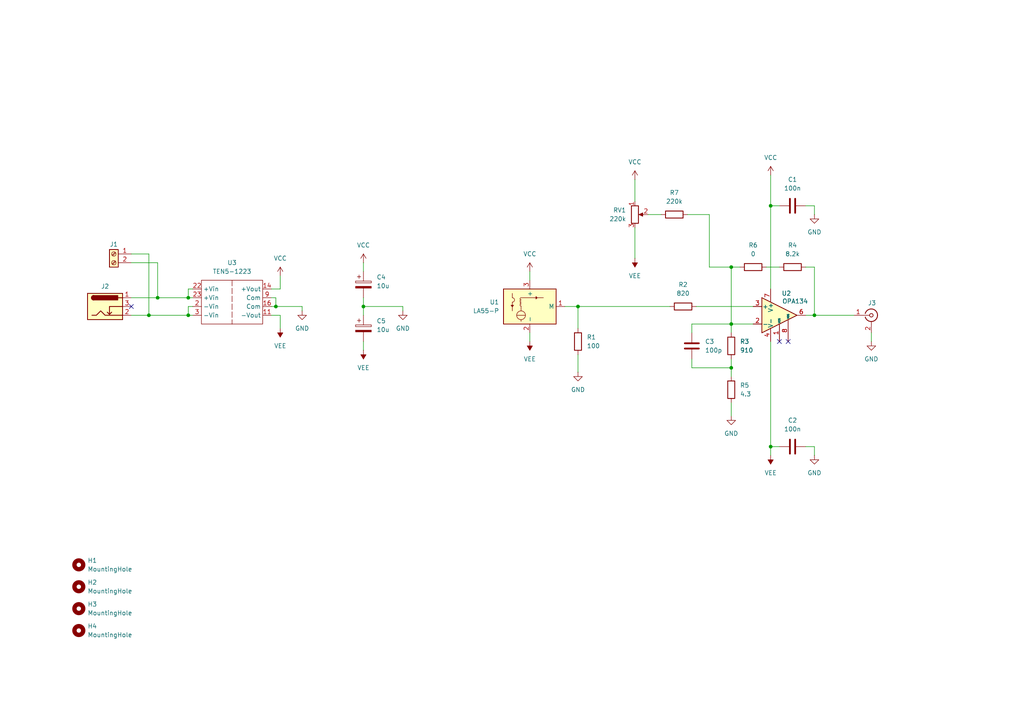
<source format=kicad_sch>
(kicad_sch (version 20250114) (generator "eeschema") (generator_version "9.0")
  (paper "A4")
  (lib_symbols
    (symbol "Amplifier_Operational:OPA134" (pin_names (offset 0.127))
      (property "Reference" "U" (at 1.27 6.35 0))
      (property "Value" "OPA134" (at 1.27 3.81 0))
      (symbol "OPA134_0_1"
        (polyline (pts (xy -5.08 5.08) (xy 5.08 0) (xy -5.08 -5.08) (xy -5.08 5.08)) (stroke (width 0.254)) (fill (type background)))
      )
      (symbol "OPA134_1_1"
        (pin input line (at -7.62 2.54 0) (length 2.54) (name "+") (number "3"))
        (pin input line (at -7.62 -2.54 0) (length 2.54) (name "-") (number "2"))
        (pin power_in line (at -2.54 7.62 270) (length 3.81) (name "V+") (number "7"))
        (pin power_in line (at -2.54 -7.62 90) (length 3.81) (name "V-") (number "4"))
        (pin no_connect line (at 0 2.54 270) (length 2.54) (hide yes) (name "NC") (number "5"))
        (pin input line (at 0 -7.62 90) (length 5.08) (name "VOS") (number "1"))
        (pin input line (at 2.54 -7.62 90) (length 6.35) (name "VOS") (number "8"))
        (pin output line (at 7.62 0 180) (length 2.54) (name "~") (number "6"))
      )
    )
    (symbol "Connector:Barrel_Jack_Switch" (pin_names (hide yes))
      (property "Reference" "J" (at 0 5.334 0))
      (property "Value" "Barrel_Jack_Switch" (at 0 -5.08 0))
      (symbol "Barrel_Jack_Switch_0_1"
        (rectangle (start -5.08 3.81) (end 5.08 -3.81) (stroke (width 0.254)) (fill (type background)))
        (polyline (pts (xy -3.81 -2.54) (xy -2.54 -2.54) (xy -1.27 -1.27) (xy 0 -2.54) (xy 2.54 -2.54) (xy 5.08 -2.54)) (stroke (width 0.254)))
        (arc (start -3.302 1.905) (mid -3.9343 2.54) (end -3.302 3.175) (stroke (width 0.254)))
        (arc (start -3.302 1.905) (mid -3.9343 2.54) (end -3.302 3.175) (stroke (width 0.254)) (fill (type outline)))
        (polyline (pts (xy 1.27 -2.286) (xy 1.905 -1.651)) (stroke (width 0.254)))
        (rectangle (start 3.683 3.175) (end -3.302 1.905) (stroke (width 0.254)) (fill (type outline)))
        (polyline (pts (xy 5.08 2.54) (xy 3.81 2.54)) (stroke (width 0.254)))
        (polyline (pts (xy 5.08 0) (xy 1.27 0) (xy 1.27 -2.286) (xy 0.635 -1.651)) (stroke (width 0.254)))
      )
      (symbol "Barrel_Jack_Switch_1_1"
        (pin passive line (at 7.62 2.54 180) (length 2.54) (name "~") (number "1"))
        (pin passive line (at 7.62 0 180) (length 2.54) (name "~") (number "3"))
        (pin passive line (at 7.62 -2.54 180) (length 2.54) (name "~") (number "2"))
      )
    )
    (symbol "Connector:Conn_Coaxial" (pin_names (offset 1.016) (hide yes))
      (property "Reference" "J" (at 0.254 3.048 0))
      (property "Value" "Conn_Coaxial" (at 2.921 0 90))
      (symbol "Conn_Coaxial_0_1"
        (polyline (pts (xy -2.54 0) (xy -0.508 0)))
        (arc (start 1.778 0) (mid 0.222 -1.8079) (end -1.778 -0.508) (stroke (width 0.254)))
        (arc (start -1.778 0.508) (mid 0.2221 1.8084) (end 1.778 0) (stroke (width 0.254)))
        (circle (center 0 0) (radius 0.508) (stroke (width 0.2032)))
        (polyline (pts (xy 0 -2.54) (xy 0 -1.778)))
      )
      (symbol "Conn_Coaxial_1_1"
        (pin passive line (at -5.08 0 0) (length 2.54) (name "In") (number "1"))
        (pin passive line (at 0 -5.08 90) (length 2.54) (name "Ext") (number "2"))
      )
    )
    (symbol "Connector:Screw_Terminal_01x02" (pin_names (offset 1.016) (hide yes))
      (property "Reference" "J" (at 0 2.54 0))
      (property "Value" "Screw_Terminal_01x02" (at 0 -5.08 0))
      (symbol "Screw_Terminal_01x02_1_1"
        (rectangle (start -1.27 1.27) (end 1.27 -3.81) (stroke (width 0.254)) (fill (type background)))
        (polyline (pts (xy -0.5334 0.3302) (xy 0.3302 -0.508)) (stroke (width 0.1524)))
        (polyline (pts (xy -0.5334 -2.2098) (xy 0.3302 -3.048)) (stroke (width 0.1524)))
        (polyline (pts (xy -0.3556 0.508) (xy 0.508 -0.3302)) (stroke (width 0.1524)))
        (polyline (pts (xy -0.3556 -2.032) (xy 0.508 -2.8702)) (stroke (width 0.1524)))
        (circle (center 0 0) (radius 0.635) (stroke (width 0.1524)))
        (circle (center 0 -2.54) (radius 0.635) (stroke (width 0.1524)))
        (pin passive line (at -5.08 0 0) (length 3.81) (name "Pin_1") (number "1"))
        (pin passive line (at -5.08 -2.54 0) (length 3.81) (name "Pin_2") (number "2"))
      )
    )
    (symbol "Device:C" (pin_numbers (hide yes)) (pin_names (offset 0.254))
      (property "Reference" "C" (at 0.635 2.54 0))
      (property "Value" "C" (at 0.635 -2.54 0))
      (symbol "C_0_1"
        (polyline (pts (xy -2.032 0.762) (xy 2.032 0.762)) (stroke (width 0.508)))
        (polyline (pts (xy -2.032 -0.762) (xy 2.032 -0.762)) (stroke (width 0.508)))
      )
      (symbol "C_1_1"
        (pin passive line (at 0 3.81 270) (length 2.794) (name "~") (number "1"))
        (pin passive line (at 0 -3.81 90) (length 2.794) (name "~") (number "2"))
      )
    )
    (symbol "Device:C_Polarized" (pin_numbers (hide yes)) (pin_names (offset 0.254))
      (property "Reference" "C" (at 0.635 2.54 0))
      (property "Value" "C_Polarized" (at 0.635 -2.54 0))
      (symbol "C_Polarized_0_1"
        (rectangle (start -2.286 0.508) (end 2.286 1.016))
        (polyline (pts (xy -1.778 2.286) (xy -0.762 2.286)))
        (polyline (pts (xy -1.27 2.794) (xy -1.27 1.778)))
        (rectangle (start 2.286 -0.508) (end -2.286 -1.016) (fill (type outline)))
      )
      (symbol "C_Polarized_1_1"
        (pin passive line (at 0 3.81 270) (length 2.794) (name "~") (number "1"))
        (pin passive line (at 0 -3.81 90) (length 2.794) (name "~") (number "2"))
      )
    )
    (symbol "Device:R" (pin_numbers (hide yes)) (pin_names (offset 0))
      (property "Reference" "R" (at 2.032 0 90))
      (property "Value" "R" (at 0 0 90))
      (symbol "R_0_1"
        (rectangle (start -1.016 -2.54) (end 1.016 2.54) (stroke (width 0.254)))
      )
      (symbol "R_1_1"
        (pin passive line (at 0 3.81 270) (length 1.27) (name "~") (number "1"))
        (pin passive line (at 0 -3.81 90) (length 1.27) (name "~") (number "2"))
      )
    )
    (symbol "Device:R_Potentiometer" (pin_names (offset 1.016) (hide yes))
      (property "Reference" "RV" (at -4.445 0 90))
      (property "Value" "R_Potentiometer" (at -2.54 0 90))
      (symbol "R_Potentiometer_0_1"
        (rectangle (start 1.016 2.54) (end -1.016 -2.54) (stroke (width 0.254)))
        (polyline (pts (xy 1.143 0) (xy 2.286 0.508) (xy 2.286 -0.508) (xy 1.143 0)) (fill (type outline)))
        (polyline (pts (xy 2.54 0) (xy 1.524 0)))
      )
      (symbol "R_Potentiometer_1_1"
        (pin passive line (at 0 3.81 270) (length 1.27) (name "1") (number "1"))
        (pin passive line (at 0 -3.81 90) (length 1.27) (name "3") (number "3"))
        (pin passive line (at 3.81 0 180) (length 1.27) (name "2") (number "2"))
      )
    )
    (symbol "Mechanical:MountingHole" (pin_names (offset 1.016)) (in_bom no)
      (property "Reference" "H" (at 0 5.08 0))
      (property "Value" "MountingHole" (at 0 3.175 0))
      (symbol "MountingHole_0_1"
        (circle (center 0 0) (radius 1.27) (stroke (width 1.27)))
      )
    )
    (symbol "My_DCDC:TEN5-1223"
      (property "Reference" "U" (at 8.89 3.556 0))
      (property "Value" "TEN5-1223" (at 8.89 1.524 0))
      (symbol "TEN5-1223_0_1"
        (rectangle (start 0 0) (end 17.78 -12.7))
      )
      (symbol "TEN5-1223_1_1"
        (polyline (pts (xy 8.89 0) (xy 8.89 -12.7)) (stroke (width 0) (type dash)))
        (pin passive line (at -2.54 -2.54 0) (length 2.54) (name "+Vin") (number "22"))
        (pin passive line (at -2.54 -5.08 0) (length 2.54) (name "+Vin") (number "23"))
        (pin passive line (at -2.54 -7.62 0) (length 2.54) (name "-Vin") (number "2"))
        (pin passive line (at -2.54 -10.16 0) (length 2.54) (name "-Vin") (number "3"))
        (pin passive line (at 20.32 -2.54 180) (length 2.54) (name "+Vout") (number "14"))
        (pin passive line (at 20.32 -5.08 180) (length 2.54) (name "Com") (number "9"))
        (pin passive line (at 20.32 -7.62 180) (length 2.54) (name "Com") (number "16"))
        (pin passive line (at 20.32 -10.16 180) (length 2.54) (name "-Vout") (number "11"))
      )
    )
    (symbol "Sensor_Current:LA55-P"
      (property "Reference" "U" (at -6.35 6.35 0))
      (property "Value" "LA55-P" (at 5.08 6.35 0))
      (symbol "LA55-P_0_1"
        (polyline (pts (xy -5.334 0.381) (xy -4.699 0.381) (xy -5.08 -0.127) (xy -5.461 0.381)) (fill (type outline)))
        (arc (start -5.08 2.54) (mid -4.4477 1.905) (end -5.08 1.27))
        (polyline (pts (xy -5.08 3.81) (xy -5.08 2.54)))
        (polyline (pts (xy -5.08 1.27) (xy -5.08 -1.27)))
        (polyline (pts (xy -3.81 -2.54) (xy -1.27 -2.54)))
        (polyline (pts (xy -2.54 2.54) (xy 3.937 2.54)))
        (polyline (pts (xy -2.54 -1.27) (xy -2.54 0.127)))
        (circle (center -2.54 -2.54) (radius 1.27))
        (polyline (pts (xy -2.54 -3.81) (xy -2.54 -4.318)))
        (arc (start -2.54 0.762) (mid -2.7929 1.016) (end -2.54 1.27))
        (arc (start -2.54 1.905) (mid -2.8451 2.2225) (end -2.54 2.54))
        (arc (start -2.54 1.27) (mid -2.8451 1.5875) (end -2.54 1.905))
        (arc (start -2.54 0.127) (mid -2.8451 0.4445) (end -2.54 0.762))
        (polyline (pts (xy 2.159 2.54) (xy 1.778 2.921) (xy 1.778 2.159) (xy 2.159 2.54)) (fill (type outline)))
        (rectangle (start 7.62 -5.08) (end -7.62 5.08) (stroke (width 0.254)) (fill (type background)))
      )
      (symbol "LA55-P_1_1"
        (pin power_in line (at 0 7.62 270) (length 2.54) (name "+") (number "3"))
        (pin power_in line (at 0 -7.62 90) (length 2.54) (name "-") (number "2"))
        (pin output line (at 10.16 0 180) (length 2.54) (name "M") (number "1"))
      )
    )
    (symbol "power:GND" (power) (pin_numbers (hide yes)) (pin_names (offset 0) (hide yes))
      (property "Value" "GND" (at 0 -3.81 0))
      (symbol "GND_0_1"
        (polyline (pts (xy 0 0) (xy 0 -1.27) (xy 1.27 -1.27) (xy 0 -2.54) (xy -1.27 -1.27) (xy 0 -1.27)))
      )
      (symbol "GND_1_1"
        (pin power_in line (at 0 0 270) (length 0) (name "~") (number "1"))
      )
    )
    (symbol "power:VCC" (power) (pin_numbers (hide yes)) (pin_names (offset 0) (hide yes))
      (property "Value" "VCC" (at 0 3.556 0))
      (symbol "VCC_0_1"
        (polyline (pts (xy -0.762 1.27) (xy 0 2.54)))
        (polyline (pts (xy 0 2.54) (xy 0.762 1.27)))
        (polyline (pts (xy 0 0) (xy 0 2.54)))
      )
      (symbol "VCC_1_1"
        (pin power_in line (at 0 0 90) (length 0) (name "~") (number "1"))
      )
    )
    (symbol "power:VEE" (power) (pin_numbers (hide yes)) (pin_names (offset 0) (hide yes))
      (property "Value" "VEE" (at 0 3.556 0))
      (symbol "VEE_0_1"
        (polyline (pts (xy 0 0) (xy 0 2.54)))
        (polyline (pts (xy 0.762 1.27) (xy -0.762 1.27) (xy 0 2.54) (xy 0.762 1.27)) (fill (type outline)))
      )
      (symbol "VEE_1_1"
        (pin power_in line (at 0 0 90) (length 0) (name "~") (number "1"))
      )
    )
  )
  (junction (at 223.52 59.69))
  (junction (at 105.41 88.9))
  (junction (at 80.01 88.9))
  (junction (at 45.72 86.36))
  (junction (at 54.61 86.36))
  (junction (at 236.22 91.44))
  (junction (at 223.52 129.54))
  (junction (at 54.61 91.44))
  (junction (at 212.09 77.47))
  (junction (at 167.64 88.9))
  (junction (at 212.09 93.98))
  (junction (at 212.09 106.68))
  (junction (at 43.18 91.44))
  (no_connect (at 228.6 99.06))
  (no_connect (at 38.1 88.9))
  (no_connect (at 226.06 99.06))
  (wire (pts (xy 236.22 91.44) (xy 247.65 91.44)))
  (wire (pts (xy 236.22 132.08) (xy 236.22 129.54)))
  (wire (pts (xy 54.61 86.36) (xy 55.88 86.36)))
  (wire (pts (xy 163.83 88.9) (xy 167.64 88.9)))
  (wire (pts (xy 105.41 99.06) (xy 105.41 101.6)))
  (wire (pts (xy 81.28 91.44) (xy 78.74 91.44)))
  (wire (pts (xy 223.52 59.69) (xy 226.06 59.69)))
  (wire (pts (xy 105.41 76.2) (xy 105.41 78.74)))
  (wire (pts (xy 45.72 76.2) (xy 38.1 76.2)))
  (wire (pts (xy 80.01 86.36) (xy 80.01 88.9)))
  (wire (pts (xy 212.09 77.47) (xy 214.63 77.47)))
  (wire (pts (xy 223.52 129.54) (xy 223.52 132.08)))
  (wire (pts (xy 236.22 129.54) (xy 233.68 129.54)))
  (wire (pts (xy 212.09 106.68) (xy 212.09 109.22)))
  (wire (pts (xy 167.64 88.9) (xy 167.64 95.25)))
  (wire (pts (xy 78.74 86.36) (xy 80.01 86.36)))
  (wire (pts (xy 153.67 78.74) (xy 153.67 81.28)))
  (wire (pts (xy 223.52 50.8) (xy 223.52 59.69)))
  (wire (pts (xy 43.18 91.44) (xy 54.61 91.44)))
  (wire (pts (xy 212.09 104.14) (xy 212.09 106.68)))
  (wire (pts (xy 236.22 59.69) (xy 233.68 59.69)))
  (wire (pts (xy 153.67 96.52) (xy 153.67 99.06)))
  (wire (pts (xy 233.68 91.44) (xy 236.22 91.44)))
  (wire (pts (xy 54.61 91.44) (xy 55.88 91.44)))
  (wire (pts (xy 223.52 59.69) (xy 223.52 83.82)))
  (wire (pts (xy 205.74 77.47) (xy 212.09 77.47)))
  (wire (pts (xy 81.28 83.82) (xy 78.74 83.82)))
  (wire (pts (xy 184.15 52.07) (xy 184.15 58.42)))
  (wire (pts (xy 199.39 62.23) (xy 205.74 62.23)))
  (wire (pts (xy 38.1 86.36) (xy 45.72 86.36)))
  (wire (pts (xy 55.88 83.82) (xy 54.61 83.82)))
  (wire (pts (xy 205.74 62.23) (xy 205.74 77.47)))
  (wire (pts (xy 212.09 93.98) (xy 218.44 93.98)))
  (wire (pts (xy 212.09 116.84) (xy 212.09 120.65)))
  (wire (pts (xy 167.64 88.9) (xy 194.31 88.9)))
  (wire (pts (xy 45.72 86.36) (xy 45.72 76.2)))
  (wire (pts (xy 201.93 88.9) (xy 218.44 88.9)))
  (wire (pts (xy 105.41 86.36) (xy 105.41 88.9)))
  (wire (pts (xy 116.84 90.17) (xy 116.84 88.9)))
  (wire (pts (xy 80.01 88.9) (xy 78.74 88.9)))
  (wire (pts (xy 200.66 93.98) (xy 212.09 93.98)))
  (wire (pts (xy 200.66 104.14) (xy 200.66 106.68)))
  (wire (pts (xy 223.52 129.54) (xy 226.06 129.54)))
  (wire (pts (xy 54.61 88.9) (xy 54.61 91.44)))
  (wire (pts (xy 233.68 77.47) (xy 236.22 77.47)))
  (wire (pts (xy 222.25 77.47) (xy 226.06 77.47)))
  (wire (pts (xy 54.61 83.82) (xy 54.61 86.36)))
  (wire (pts (xy 43.18 73.66) (xy 43.18 91.44)))
  (wire (pts (xy 252.73 96.52) (xy 252.73 99.06)))
  (wire (pts (xy 212.09 96.52) (xy 212.09 93.98)))
  (wire (pts (xy 236.22 77.47) (xy 236.22 91.44)))
  (wire (pts (xy 167.64 102.87) (xy 167.64 107.95)))
  (wire (pts (xy 184.15 66.04) (xy 184.15 74.93)))
  (wire (pts (xy 200.66 96.52) (xy 200.66 93.98)))
  (wire (pts (xy 200.66 106.68) (xy 212.09 106.68)))
  (wire (pts (xy 187.96 62.23) (xy 191.77 62.23)))
  (wire (pts (xy 105.41 88.9) (xy 105.41 91.44)))
  (wire (pts (xy 81.28 95.25) (xy 81.28 91.44)))
  (wire (pts (xy 45.72 86.36) (xy 54.61 86.36)))
  (wire (pts (xy 38.1 73.66) (xy 43.18 73.66)))
  (wire (pts (xy 55.88 88.9) (xy 54.61 88.9)))
  (wire (pts (xy 105.41 88.9) (xy 116.84 88.9)))
  (wire (pts (xy 223.52 99.06) (xy 223.52 129.54)))
  (wire (pts (xy 236.22 62.23) (xy 236.22 59.69)))
  (wire (pts (xy 81.28 80.01) (xy 81.28 83.82)))
  (wire (pts (xy 212.09 93.98) (xy 212.09 77.47)))
  (wire (pts (xy 87.63 90.17) (xy 87.63 88.9)))
  (wire (pts (xy 38.1 91.44) (xy 43.18 91.44)))
  (wire (pts (xy 87.63 88.9) (xy 80.01 88.9)))
  (symbol (lib_id "Device:R") (at 218.44 77.47 270) (unit 1)
    (property "Reference" "R6" (at 218.44 71.12 90))
    (property "Value" "0" (at 218.44 73.66 90))
    (property "Footprint" "SMD_Chip:0603" (effects (hide yes)))
    (property "Description" "Resistor" (effects (hide yes)))
  )
  (symbol (lib_id "power:VCC") (at 81.28 80.01 0) (unit 1)
    (property "Reference" "#PWR02" (effects (hide yes)))
    (property "Value" "VCC" (at 81.28 74.93 0))
    (property "Description" "Power symbol creates a global label with name \"VCC\"" (effects (hide yes)))
  )
  (symbol (lib_id "power:VEE") (at 105.41 101.6 180) (unit 1)
    (property "Reference" "#PWR05" (effects (hide yes)))
    (property "Value" "VEE" (at 105.41 106.68 0))
    (property "Description" "Power symbol creates a global label with name \"VEE\"" (effects (hide yes)))
  )
  (symbol (lib_id "power:VEE") (at 81.28 95.25 180) (unit 1)
    (property "Reference" "#PWR03" (effects (hide yes)))
    (property "Value" "VEE" (at 81.28 100.33 0))
    (property "Description" "Power symbol creates a global label with name \"VEE\"" (effects (hide yes)))
  )
  (symbol (lib_id "Sensor_Current:LA55-P") (at 153.67 88.9 0) (unit 1)
    (property "Reference" "U1" (at 144.78 87.6299 0) (effects (justify right)))
    (property "Value" "LA55-P" (at 144.78 90.1699 0) (effects (justify right)))
    (property "Footprint" "Sensor_Current:LEM_LA25-P" (effects (hide yes)))
    (property "Datasheet" "https://www.lem.com/sites/default/files/products_datasheets/la_55-p_e.pdf" (effects (hide yes)))
    (property "Description" "Current Transducer, 50A, Bipolar, ±15V" (effects (hide yes)))
  )
  (symbol (lib_id "power:VCC") (at 153.67 78.74 0) (unit 1)
    (property "Reference" "#PWR07" (effects (hide yes)))
    (property "Value" "VCC" (at 153.67 73.66 0))
    (property "Description" "Power symbol creates a global label with name \"VCC\"" (effects (hide yes)))
  )
  (symbol (lib_id "power:GND") (at 236.22 62.23 0) (unit 1)
    (property "Reference" "#PWR09" (effects (hide yes)))
    (property "Value" "GND" (at 236.22 67.31 0))
    (property "Description" "Power symbol creates a global label with name \"GND\" , ground" (effects (hide yes)))
  )
  (symbol (lib_id "Device:R") (at 167.64 99.06 180) (unit 1)
    (property "Reference" "R1" (at 170.18 97.7899 0) (effects (justify right)))
    (property "Value" "100" (at 170.18 100.3299 0) (effects (justify right)))
    (property "Footprint" "SMD_Chip:1206" (effects (hide yes)))
    (property "Description" "Resistor" (effects (hide yes)))
  )
  (symbol (lib_id "Mechanical:MountingHole") (at 22.86 182.88 0) (unit 1) (in_bom no)
    (property "Reference" "H4" (at 25.4 181.6099 0) (effects (justify left)))
    (property "Value" "MountingHole" (at 25.4 184.1499 0) (effects (justify left)))
    (property "Footprint" "MountingHole:MountingHole_3.2mm_M3_DIN965" (effects (hide yes)))
    (property "Description" "Mounting Hole without connection" (effects (hide yes)))
  )
  (symbol (lib_id "Device:R") (at 229.87 77.47 270) (unit 1)
    (property "Reference" "R4" (at 229.87 71.12 90))
    (property "Value" "8.2k" (at 229.87 73.66 90))
    (property "Footprint" "SMD_Chip:0603" (effects (hide yes)))
    (property "Description" "Resistor" (effects (hide yes)))
  )
  (symbol (lib_id "Mechanical:MountingHole") (at 22.86 163.83 0) (unit 1) (in_bom no)
    (property "Reference" "H1" (at 25.4 162.5599 0) (effects (justify left)))
    (property "Value" "MountingHole" (at 25.4 165.0999 0) (effects (justify left)))
    (property "Footprint" "MountingHole:MountingHole_3.2mm_M3_DIN965" (effects (hide yes)))
    (property "Description" "Mounting Hole without connection" (effects (hide yes)))
  )
  (symbol (lib_id "power:GND") (at 252.73 99.06 0) (unit 1)
    (property "Reference" "#PWR011" (effects (hide yes)))
    (property "Value" "GND" (at 252.73 104.14 0))
    (property "Description" "Power symbol creates a global label with name \"GND\" , ground" (effects (hide yes)))
  )
  (symbol (lib_id "power:GND") (at 236.22 132.08 0) (unit 1)
    (property "Reference" "#PWR010" (effects (hide yes)))
    (property "Value" "GND" (at 236.22 137.16 0))
    (property "Description" "Power symbol creates a global label with name \"GND\" , ground" (effects (hide yes)))
  )
  (symbol (lib_id "Amplifier_Operational:OPA134") (at 226.06 91.44 0) (unit 1)
    (property "Reference" "U2" (at 228.092 85.09 0))
    (property "Value" "OPA134" (at 230.632 87.376 0))
    (property "Footprint" "Package_SO:SOIC-8_3.9x4.9mm_P1.27mm" (effects (hide yes)))
    (property "Datasheet" "http://www.ti.com/lit/ds/symlink/opa134.pdf" (effects (hide yes)))
    (property "Description" "Single SoundPlus High Performance Audio Operational Amplifiers, DIP-8/SOIC-8" (effects (hide yes)))
  )
  (symbol (lib_id "power:VEE") (at 153.67 99.06 180) (unit 1)
    (property "Reference" "#PWR08" (effects (hide yes)))
    (property "Value" "VEE" (at 153.67 104.14 0))
    (property "Description" "Power symbol creates a global label with name \"VEE\"" (effects (hide yes)))
  )
  (symbol (lib_id "Device:R_Potentiometer") (at 184.15 62.23 0) (unit 1)
    (property "Reference" "RV1" (at 181.61 60.9599 0) (effects (justify right)))
    (property "Value" "220k" (at 181.61 63.4999 0) (effects (justify right)))
    (property "Footprint" "Potentiometer_THT:Potentiometer_Bourns_3296Y_Vertical" (effects (hide yes)))
    (property "Description" "Potentiometer" (effects (hide yes)))
  )
  (symbol (lib_id "Device:C") (at 229.87 129.54 90) (unit 1)
    (property "Reference" "C2" (at 229.87 121.92 90))
    (property "Value" "100n" (at 229.87 124.46 90))
    (property "Footprint" "SMD_Chip:0603" (effects (hide yes)))
    (property "Description" "Unpolarized capacitor" (effects (hide yes)))
  )
  (symbol (lib_id "Connector:Barrel_Jack_Switch") (at 30.48 88.9 0) (unit 1)
    (property "Reference" "J2" (at 30.48 83.058 0))
    (property "Value" "Barrel_Jack_Switch" (effects (hide yes)))
    (property "Footprint" "Anschlussklemme:Hohlbuchse_BKL" (effects (hide yes)))
    (property "Description" "DC Barrel Jack with an internal switch" (effects (hide yes)))
  )
  (symbol (lib_id "power:GND") (at 87.63 90.17 0) (unit 1)
    (property "Reference" "#PWR01" (effects (hide yes)))
    (property "Value" "GND" (at 87.63 95.25 0))
    (property "Description" "Power symbol creates a global label with name \"GND\" , ground" (effects (hide yes)))
  )
  (symbol (lib_id "power:VCC") (at 223.52 50.8 0) (unit 1)
    (property "Reference" "#PWR013" (effects (hide yes)))
    (property "Value" "VCC" (at 223.52 45.72 0))
    (property "Description" "Power symbol creates a global label with name \"VCC\"" (effects (hide yes)))
  )
  (symbol (lib_id "power:GND") (at 167.64 107.95 0) (unit 1)
    (property "Reference" "#PWR014" (effects (hide yes)))
    (property "Value" "GND" (at 167.64 113.03 0))
    (property "Description" "Power symbol creates a global label with name \"GND\" , ground" (effects (hide yes)))
  )
  (symbol (lib_id "power:VCC") (at 184.15 52.07 0) (unit 1)
    (property "Reference" "#PWR016" (effects (hide yes)))
    (property "Value" "VCC" (at 184.15 46.99 0))
    (property "Description" "Power symbol creates a global label with name \"VCC\"" (effects (hide yes)))
  )
  (symbol (lib_id "Device:C") (at 200.66 100.33 180) (unit 1)
    (property "Reference" "C3" (at 204.47 99.0599 0) (effects (justify right)))
    (property "Value" "100p" (at 204.47 101.5999 0) (effects (justify right)))
    (property "Footprint" "SMD_Chip:0603" (effects (hide yes)))
    (property "Description" "Unpolarized capacitor" (effects (hide yes)))
  )
  (symbol (lib_id "Mechanical:MountingHole") (at 22.86 176.53 0) (unit 1) (in_bom no)
    (property "Reference" "H3" (at 25.4 175.2599 0) (effects (justify left)))
    (property "Value" "MountingHole" (at 25.4 177.7999 0) (effects (justify left)))
    (property "Footprint" "MountingHole:MountingHole_3.2mm_M3_DIN965" (effects (hide yes)))
    (property "Description" "Mounting Hole without connection" (effects (hide yes)))
  )
  (symbol (lib_id "power:GND") (at 116.84 90.17 0) (unit 1)
    (property "Reference" "#PWR04" (effects (hide yes)))
    (property "Value" "GND" (at 116.84 95.25 0))
    (property "Description" "Power symbol creates a global label with name \"GND\" , ground" (effects (hide yes)))
  )
  (symbol (lib_id "Device:C") (at 229.87 59.69 90) (unit 1)
    (property "Reference" "C1" (at 229.87 52.07 90))
    (property "Value" "100n" (at 229.87 54.61 90))
    (property "Footprint" "SMD_Chip:0603" (effects (hide yes)))
    (property "Description" "Unpolarized capacitor" (effects (hide yes)))
  )
  (symbol (lib_id "Mechanical:MountingHole") (at 22.86 170.18 0) (unit 1) (in_bom no)
    (property "Reference" "H2" (at 25.4 168.9099 0) (effects (justify left)))
    (property "Value" "MountingHole" (at 25.4 171.4499 0) (effects (justify left)))
    (property "Footprint" "MountingHole:MountingHole_3.2mm_M3_DIN965" (effects (hide yes)))
    (property "Description" "Mounting Hole without connection" (effects (hide yes)))
  )
  (symbol (lib_id "Device:R") (at 212.09 100.33 180) (unit 1)
    (property "Reference" "R3" (at 214.63 99.0599 0) (effects (justify right)))
    (property "Value" "910" (at 214.63 101.5999 0) (effects (justify right)))
    (property "Footprint" "SMD_Chip:0603" (effects (hide yes)))
    (property "Description" "Resistor" (effects (hide yes)))
  )
  (symbol (lib_id "power:VEE") (at 184.15 74.93 180) (unit 1)
    (property "Reference" "#PWR017" (effects (hide yes)))
    (property "Value" "VEE" (at 184.15 80.01 0))
    (property "Description" "Power symbol creates a global label with name \"VEE\"" (effects (hide yes)))
  )
  (symbol (lib_id "Device:C_Polarized") (at 105.41 95.25 0) (unit 1)
    (property "Reference" "C5" (at 109.22 93.0909 0) (effects (justify left)))
    (property "Value" "10u" (at 109.22 95.6309 0) (effects (justify left)))
    (property "Footprint" "Capacitor_THT:C_Radial_D8.0mm_H7.0mm_P3.50mm" (effects (hide yes)))
    (property "Description" "Polarized capacitor" (effects (hide yes)))
  )
  (symbol (lib_id "My_DCDC:TEN5-1223") (at 58.42 81.28 0) (unit 1)
    (property "Reference" "U3" (at 67.31 76.2 0))
    (property "Value" "TEN5-1223" (at 67.31 78.74 0))
    (property "Footprint" "DCDC_Module:TEN5" (effects (hide yes)))
  )
  (symbol (lib_id "Device:R") (at 212.09 113.03 180) (unit 1)
    (property "Reference" "R5" (at 214.63 111.7599 0) (effects (justify right)))
    (property "Value" "4.3" (at 214.63 114.2999 0) (effects (justify right)))
    (property "Footprint" "SMD_Chip:0603" (effects (hide yes)))
    (property "Description" "Resistor" (effects (hide yes)))
  )
  (symbol (lib_id "Device:R") (at 195.58 62.23 90) (unit 1)
    (property "Reference" "R7" (at 195.58 55.88 90))
    (property "Value" "220k" (at 195.58 58.42 90))
    (property "Footprint" "SMD_Chip:0603" (effects (hide yes)))
    (property "Description" "Resistor" (effects (hide yes)))
  )
  (symbol (lib_id "power:VCC") (at 105.41 76.2 0) (unit 1)
    (property "Reference" "#PWR06" (effects (hide yes)))
    (property "Value" "VCC" (at 105.41 71.12 0))
    (property "Description" "Power symbol creates a global label with name \"VCC\"" (effects (hide yes)))
  )
  (symbol (lib_id "Device:C_Polarized") (at 105.41 82.55 0) (unit 1)
    (property "Reference" "C4" (at 109.22 80.3909 0) (effects (justify left)))
    (property "Value" "10u" (at 109.22 82.9309 0) (effects (justify left)))
    (property "Footprint" "Capacitor_THT:C_Radial_D8.0mm_H7.0mm_P3.50mm" (effects (hide yes)))
    (property "Description" "Polarized capacitor" (effects (hide yes)))
  )
  (symbol (lib_id "Connector:Screw_Terminal_01x02") (at 33.02 73.66 0) (mirror y) (unit 1)
    (property "Reference" "J1" (at 33.02 70.866 0))
    (property "Value" "Screw_Terminal_01x02" (effects (hide yes)))
    (property "Footprint" "Anschlussklemme:AKL_101-02_5.08mm" (effects (hide yes)))
    (property "Description" "Generic screw terminal, single row, 01x02, script generated (kicad-library-utils/schlib/autogen/connector/)" (effects (hide yes)))
  )
  (symbol (lib_id "power:VEE") (at 223.52 132.08 180) (unit 1)
    (property "Reference" "#PWR012" (effects (hide yes)))
    (property "Value" "VEE" (at 223.52 137.16 0))
    (property "Description" "Power symbol creates a global label with name \"VEE\"" (effects (hide yes)))
  )
  (symbol (lib_id "Connector:Conn_Coaxial") (at 252.73 91.44 0) (unit 1)
    (property "Reference" "J3" (at 251.714 87.884 0) (effects (justify left)))
    (property "Value" "Conn_Coaxial" (effects (hide yes)))
    (property "Footprint" "Anschlussklemme:BNC_vertical" (effects (hide yes)))
    (property "Description" "coaxial connector (BNC, SMA, SMB, SMC, Cinch/RCA, LEMO, ...)" (effects (hide yes)))
  )
  (symbol (lib_id "Device:R") (at 198.12 88.9 90) (unit 1)
    (property "Reference" "R2" (at 198.12 82.55 90))
    (property "Value" "820" (at 198.12 85.09 90))
    (property "Footprint" "SMD_Chip:0603" (effects (hide yes)))
    (property "Description" "Resistor" (effects (hide yes)))
  )
  (symbol (lib_id "power:GND") (at 212.09 120.65 0) (unit 1)
    (property "Reference" "#PWR015" (effects (hide yes)))
    (property "Value" "GND" (at 212.09 125.73 0))
    (property "Description" "Power symbol creates a global label with name \"GND\" , ground" (effects (hide yes)))
  )
)
</source>
